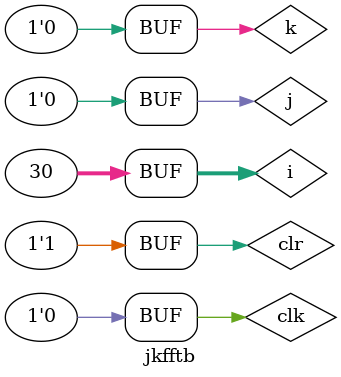
<source format=v>
module JK_flip_flop(j,k,clr,clk,q,qn);
input j,k,clr,clk;
output reg q;
output reg qn;
always @ (posedge clk, negedge clr)
if (clr == 0)
begin
q <= 0;
qn<= 1;
end
else
case ({j,k})
2'b01 : begin q<=1'b0; qn<=1'b1;end
2'b10 : begin q<=1'b1; qn<=1'b0;end
2'b11 : begin q<=qn; qn<=q;end
endcase
endmodule

module jkfftb;
reg j=0; // NEITHER input reg d=0; NOR input reg d;
reg k=0;
reg clr=1; // NEITHER input reg clr=0; NOR input reg clr;
reg clk=0; // NEITHER input reg clk=0; NOR input reg clk;
wire q,qn; // NOT output q,qn;
integer i;
JK_flip_flop UUT(.j(j),.k(k), .clr(clr),.clk(clk), .q(q), .qn(qn));
initial begin
for (i=0;i<30;i=i+1) begin
clk=~clk;
if(i>3 & i<15) j=1;
else j=0;
if(i>10 & i<20) k=1;
else k=0;
if(i==30) clr=0;
#10;
end
end
endmodule
</source>
